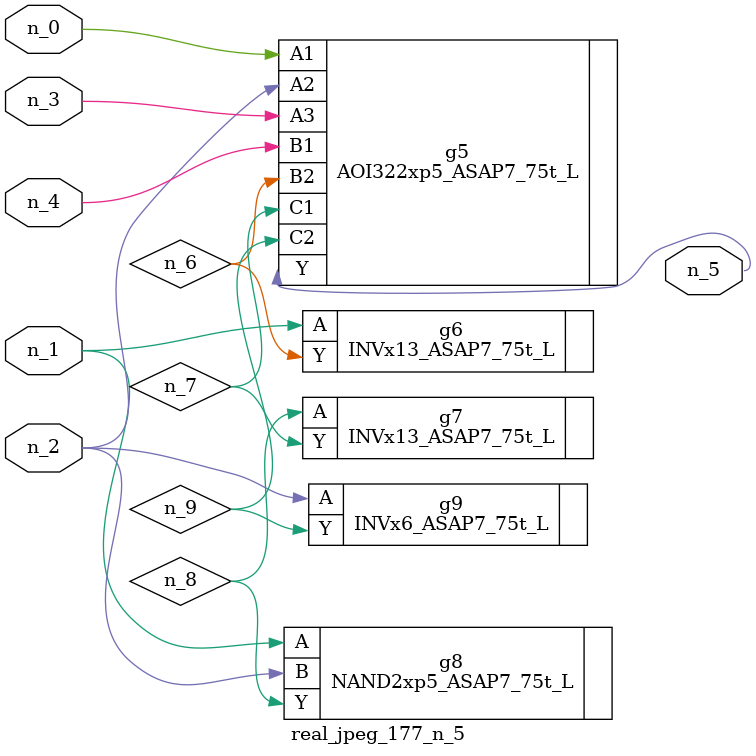
<source format=v>
module real_jpeg_177_n_5 (n_4, n_0, n_1, n_2, n_3, n_5);

input n_4;
input n_0;
input n_1;
input n_2;
input n_3;

output n_5;

wire n_8;
wire n_6;
wire n_7;
wire n_9;

AOI322xp5_ASAP7_75t_L g5 ( 
.A1(n_0),
.A2(n_2),
.A3(n_3),
.B1(n_4),
.B2(n_6),
.C1(n_7),
.C2(n_9),
.Y(n_5)
);

INVx13_ASAP7_75t_L g6 ( 
.A(n_1),
.Y(n_6)
);

NAND2xp5_ASAP7_75t_L g8 ( 
.A(n_1),
.B(n_2),
.Y(n_8)
);

INVx6_ASAP7_75t_L g9 ( 
.A(n_2),
.Y(n_9)
);

INVx13_ASAP7_75t_L g7 ( 
.A(n_8),
.Y(n_7)
);


endmodule
</source>
